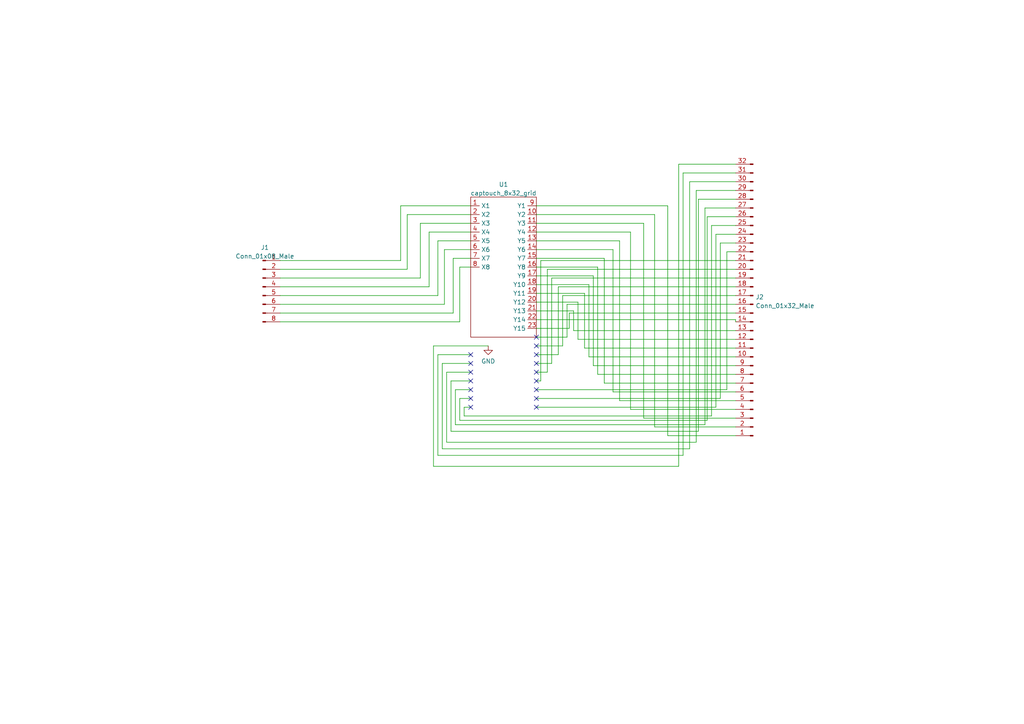
<source format=kicad_sch>
(kicad_sch (version 20211123) (generator eeschema)
  (paper "A4")
  (lib_symbols
    (symbol "Connector:Conn_01x08_Male" (pin_names (offset 1.016) hide)
      (property "Reference" "J" (at 0 10.16 0))
      (property "Value" "Conn_01x08_Male" (at 0 -12.7 0))
      (symbol "Conn_01x08_Male_1_1"
        (polyline (pts (xy 1.27 -10.16) (xy 0.8636 -10.16)) (stroke (width 0.1524)))
        (polyline (pts (xy 1.27 -7.62) (xy 0.8636 -7.62)) (stroke (width 0.1524)))
        (polyline (pts (xy 1.27 -5.08) (xy 0.8636 -5.08)) (stroke (width 0.1524)))
        (polyline (pts (xy 1.27 -2.54) (xy 0.8636 -2.54)) (stroke (width 0.1524)))
        (polyline (pts (xy 1.27 0) (xy 0.8636 0)) (stroke (width 0.1524)))
        (polyline (pts (xy 1.27 2.54) (xy 0.8636 2.54)) (stroke (width 0.1524)))
        (polyline (pts (xy 1.27 5.08) (xy 0.8636 5.08)) (stroke (width 0.1524)))
        (polyline (pts (xy 1.27 7.62) (xy 0.8636 7.62)) (stroke (width 0.1524)))
        (rectangle (start 0.8636 -10.033) (end 0 -10.287) (stroke (width 0.1524)) (fill (type outline)))
        (rectangle (start 0.8636 -7.493) (end 0 -7.747) (stroke (width 0.1524)) (fill (type outline)))
        (rectangle (start 0.8636 -4.953) (end 0 -5.207) (stroke (width 0.1524)) (fill (type outline)))
        (rectangle (start 0.8636 -2.413) (end 0 -2.667) (stroke (width 0.1524)) (fill (type outline)))
        (rectangle (start 0.8636 0.127) (end 0 -0.127) (stroke (width 0.1524)) (fill (type outline)))
        (rectangle (start 0.8636 2.667) (end 0 2.413) (stroke (width 0.1524)) (fill (type outline)))
        (rectangle (start 0.8636 5.207) (end 0 4.953) (stroke (width 0.1524)) (fill (type outline)))
        (rectangle (start 0.8636 7.747) (end 0 7.493) (stroke (width 0.1524)) (fill (type outline)))
        (pin passive line (at 5.08 7.62 180) (length 3.81) (name "Pin_1") (number "1"))
        (pin passive line (at 5.08 5.08 180) (length 3.81) (name "Pin_2") (number "2"))
        (pin passive line (at 5.08 2.54 180) (length 3.81) (name "Pin_3") (number "3"))
        (pin passive line (at 5.08 0 180) (length 3.81) (name "Pin_4") (number "4"))
        (pin passive line (at 5.08 -2.54 180) (length 3.81) (name "Pin_5") (number "5"))
        (pin passive line (at 5.08 -5.08 180) (length 3.81) (name "Pin_6") (number "6"))
        (pin passive line (at 5.08 -7.62 180) (length 3.81) (name "Pin_7") (number "7"))
        (pin passive line (at 5.08 -10.16 180) (length 3.81) (name "Pin_8") (number "8"))
      )
    )
    (symbol "Connector:Conn_01x32_Male" (pin_names (offset 1.016) hide)
      (property "Reference" "J" (at 0 40.64 0))
      (property "Value" "Conn_01x32_Male" (at 0 -43.18 0))
      (symbol "Conn_01x32_Male_1_1"
        (polyline (pts (xy 1.27 -40.64) (xy 0.8636 -40.64)) (stroke (width 0.1524)))
        (polyline (pts (xy 1.27 -38.1) (xy 0.8636 -38.1)) (stroke (width 0.1524)))
        (polyline (pts (xy 1.27 -35.56) (xy 0.8636 -35.56)) (stroke (width 0.1524)))
        (polyline (pts (xy 1.27 -33.02) (xy 0.8636 -33.02)) (stroke (width 0.1524)))
        (polyline (pts (xy 1.27 -30.48) (xy 0.8636 -30.48)) (stroke (width 0.1524)))
        (polyline (pts (xy 1.27 -27.94) (xy 0.8636 -27.94)) (stroke (width 0.1524)))
        (polyline (pts (xy 1.27 -25.4) (xy 0.8636 -25.4)) (stroke (width 0.1524)))
        (polyline (pts (xy 1.27 -22.86) (xy 0.8636 -22.86)) (stroke (width 0.1524)))
        (polyline (pts (xy 1.27 -20.32) (xy 0.8636 -20.32)) (stroke (width 0.1524)))
        (polyline (pts (xy 1.27 -17.78) (xy 0.8636 -17.78)) (stroke (width 0.1524)))
        (polyline (pts (xy 1.27 -15.24) (xy 0.8636 -15.24)) (stroke (width 0.1524)))
        (polyline (pts (xy 1.27 -12.7) (xy 0.8636 -12.7)) (stroke (width 0.1524)))
        (polyline (pts (xy 1.27 -10.16) (xy 0.8636 -10.16)) (stroke (width 0.1524)))
        (polyline (pts (xy 1.27 -7.62) (xy 0.8636 -7.62)) (stroke (width 0.1524)))
        (polyline (pts (xy 1.27 -5.08) (xy 0.8636 -5.08)) (stroke (width 0.1524)))
        (polyline (pts (xy 1.27 -2.54) (xy 0.8636 -2.54)) (stroke (width 0.1524)))
        (polyline (pts (xy 1.27 0) (xy 0.8636 0)) (stroke (width 0.1524)))
        (polyline (pts (xy 1.27 2.54) (xy 0.8636 2.54)) (stroke (width 0.1524)))
        (polyline (pts (xy 1.27 5.08) (xy 0.8636 5.08)) (stroke (width 0.1524)))
        (polyline (pts (xy 1.27 7.62) (xy 0.8636 7.62)) (stroke (width 0.1524)))
        (polyline (pts (xy 1.27 10.16) (xy 0.8636 10.16)) (stroke (width 0.1524)))
        (polyline (pts (xy 1.27 12.7) (xy 0.8636 12.7)) (stroke (width 0.1524)))
        (polyline (pts (xy 1.27 15.24) (xy 0.8636 15.24)) (stroke (width 0.1524)))
        (polyline (pts (xy 1.27 17.78) (xy 0.8636 17.78)) (stroke (width 0.1524)))
        (polyline (pts (xy 1.27 20.32) (xy 0.8636 20.32)) (stroke (width 0.1524)))
        (polyline (pts (xy 1.27 22.86) (xy 0.8636 22.86)) (stroke (width 0.1524)))
        (polyline (pts (xy 1.27 25.4) (xy 0.8636 25.4)) (stroke (width 0.1524)))
        (polyline (pts (xy 1.27 27.94) (xy 0.8636 27.94)) (stroke (width 0.1524)))
        (polyline (pts (xy 1.27 30.48) (xy 0.8636 30.48)) (stroke (width 0.1524)))
        (polyline (pts (xy 1.27 33.02) (xy 0.8636 33.02)) (stroke (width 0.1524)))
        (polyline (pts (xy 1.27 35.56) (xy 0.8636 35.56)) (stroke (width 0.1524)))
        (polyline (pts (xy 1.27 38.1) (xy 0.8636 38.1)) (stroke (width 0.1524)))
        (rectangle (start 0.8636 -40.513) (end 0 -40.767) (stroke (width 0.1524)) (fill (type outline)))
        (rectangle (start 0.8636 -37.973) (end 0 -38.227) (stroke (width 0.1524)) (fill (type outline)))
        (rectangle (start 0.8636 -35.433) (end 0 -35.687) (stroke (width 0.1524)) (fill (type outline)))
        (rectangle (start 0.8636 -32.893) (end 0 -33.147) (stroke (width 0.1524)) (fill (type outline)))
        (rectangle (start 0.8636 -30.353) (end 0 -30.607) (stroke (width 0.1524)) (fill (type outline)))
        (rectangle (start 0.8636 -27.813) (end 0 -28.067) (stroke (width 0.1524)) (fill (type outline)))
        (rectangle (start 0.8636 -25.273) (end 0 -25.527) (stroke (width 0.1524)) (fill (type outline)))
        (rectangle (start 0.8636 -22.733) (end 0 -22.987) (stroke (width 0.1524)) (fill (type outline)))
        (rectangle (start 0.8636 -20.193) (end 0 -20.447) (stroke (width 0.1524)) (fill (type outline)))
        (rectangle (start 0.8636 -17.653) (end 0 -17.907) (stroke (width 0.1524)) (fill (type outline)))
        (rectangle (start 0.8636 -15.113) (end 0 -15.367) (stroke (width 0.1524)) (fill (type outline)))
        (rectangle (start 0.8636 -12.573) (end 0 -12.827) (stroke (width 0.1524)) (fill (type outline)))
        (rectangle (start 0.8636 -10.033) (end 0 -10.287) (stroke (width 0.1524)) (fill (type outline)))
        (rectangle (start 0.8636 -7.493) (end 0 -7.747) (stroke (width 0.1524)) (fill (type outline)))
        (rectangle (start 0.8636 -4.953) (end 0 -5.207) (stroke (width 0.1524)) (fill (type outline)))
        (rectangle (start 0.8636 -2.413) (end 0 -2.667) (stroke (width 0.1524)) (fill (type outline)))
        (rectangle (start 0.8636 0.127) (end 0 -0.127) (stroke (width 0.1524)) (fill (type outline)))
        (rectangle (start 0.8636 2.667) (end 0 2.413) (stroke (width 0.1524)) (fill (type outline)))
        (rectangle (start 0.8636 5.207) (end 0 4.953) (stroke (width 0.1524)) (fill (type outline)))
        (rectangle (start 0.8636 7.747) (end 0 7.493) (stroke (width 0.1524)) (fill (type outline)))
        (rectangle (start 0.8636 10.287) (end 0 10.033) (stroke (width 0.1524)) (fill (type outline)))
        (rectangle (start 0.8636 12.827) (end 0 12.573) (stroke (width 0.1524)) (fill (type outline)))
        (rectangle (start 0.8636 15.367) (end 0 15.113) (stroke (width 0.1524)) (fill (type outline)))
        (rectangle (start 0.8636 17.907) (end 0 17.653) (stroke (width 0.1524)) (fill (type outline)))
        (rectangle (start 0.8636 20.447) (end 0 20.193) (stroke (width 0.1524)) (fill (type outline)))
        (rectangle (start 0.8636 22.987) (end 0 22.733) (stroke (width 0.1524)) (fill (type outline)))
        (rectangle (start 0.8636 25.527) (end 0 25.273) (stroke (width 0.1524)) (fill (type outline)))
        (rectangle (start 0.8636 28.067) (end 0 27.813) (stroke (width 0.1524)) (fill (type outline)))
        (rectangle (start 0.8636 30.607) (end 0 30.353) (stroke (width 0.1524)) (fill (type outline)))
        (rectangle (start 0.8636 33.147) (end 0 32.893) (stroke (width 0.1524)) (fill (type outline)))
        (rectangle (start 0.8636 35.687) (end 0 35.433) (stroke (width 0.1524)) (fill (type outline)))
        (rectangle (start 0.8636 38.227) (end 0 37.973) (stroke (width 0.1524)) (fill (type outline)))
        (pin passive line (at 5.08 38.1 180) (length 3.81) (name "Pin_1") (number "1"))
        (pin passive line (at 5.08 15.24 180) (length 3.81) (name "Pin_10") (number "10"))
        (pin passive line (at 5.08 12.7 180) (length 3.81) (name "Pin_11") (number "11"))
        (pin passive line (at 5.08 10.16 180) (length 3.81) (name "Pin_12") (number "12"))
        (pin passive line (at 5.08 7.62 180) (length 3.81) (name "Pin_13") (number "13"))
        (pin passive line (at 5.08 5.08 180) (length 3.81) (name "Pin_14") (number "14"))
        (pin passive line (at 5.08 2.54 180) (length 3.81) (name "Pin_15") (number "15"))
        (pin passive line (at 5.08 0 180) (length 3.81) (name "Pin_16") (number "16"))
        (pin passive line (at 5.08 -2.54 180) (length 3.81) (name "Pin_17") (number "17"))
        (pin passive line (at 5.08 -5.08 180) (length 3.81) (name "Pin_18") (number "18"))
        (pin passive line (at 5.08 -7.62 180) (length 3.81) (name "Pin_19") (number "19"))
        (pin passive line (at 5.08 35.56 180) (length 3.81) (name "Pin_2") (number "2"))
        (pin passive line (at 5.08 -10.16 180) (length 3.81) (name "Pin_20") (number "20"))
        (pin passive line (at 5.08 -12.7 180) (length 3.81) (name "Pin_21") (number "21"))
        (pin passive line (at 5.08 -15.24 180) (length 3.81) (name "Pin_22") (number "22"))
        (pin passive line (at 5.08 -17.78 180) (length 3.81) (name "Pin_23") (number "23"))
        (pin passive line (at 5.08 -20.32 180) (length 3.81) (name "Pin_24") (number "24"))
        (pin passive line (at 5.08 -22.86 180) (length 3.81) (name "Pin_25") (number "25"))
        (pin passive line (at 5.08 -25.4 180) (length 3.81) (name "Pin_26") (number "26"))
        (pin passive line (at 5.08 -27.94 180) (length 3.81) (name "Pin_27") (number "27"))
        (pin passive line (at 5.08 -30.48 180) (length 3.81) (name "Pin_28") (number "28"))
        (pin passive line (at 5.08 -33.02 180) (length 3.81) (name "Pin_29") (number "29"))
        (pin passive line (at 5.08 33.02 180) (length 3.81) (name "Pin_3") (number "3"))
        (pin passive line (at 5.08 -35.56 180) (length 3.81) (name "Pin_30") (number "30"))
        (pin passive line (at 5.08 -38.1 180) (length 3.81) (name "Pin_31") (number "31"))
        (pin passive line (at 5.08 -40.64 180) (length 3.81) (name "Pin_32") (number "32"))
        (pin passive line (at 5.08 30.48 180) (length 3.81) (name "Pin_4") (number "4"))
        (pin passive line (at 5.08 27.94 180) (length 3.81) (name "Pin_5") (number "5"))
        (pin passive line (at 5.08 25.4 180) (length 3.81) (name "Pin_6") (number "6"))
        (pin passive line (at 5.08 22.86 180) (length 3.81) (name "Pin_7") (number "7"))
        (pin passive line (at 5.08 20.32 180) (length 3.81) (name "Pin_8") (number "8"))
        (pin passive line (at 5.08 17.78 180) (length 3.81) (name "Pin_9") (number "9"))
      )
    )
    (symbol "asmr-kicad:captouch_8x32_grid"
      (property "Reference" "U1" (at 5.715 3.649 0))
      (property "Value" "captouch_8x32_grid" (at 5.715 1.1121 0))
      (symbol "captouch_8x32_grid_0_1"
        (rectangle (start -3.81 0) (end 15.24 -40.64) (stroke (width 0.1524)))
      )
      (symbol "captouch_8x32_grid_1_1"
        (pin input line (at -3.81 -2.54 0) (length 2.54) (name "X1") (number "1"))
        (pin input line (at 15.24 -5.08 180) (length 2.54) (name "Y2") (number "10"))
        (pin input line (at 15.24 -7.62 180) (length 2.54) (name "Y3") (number "11"))
        (pin input line (at 15.24 -10.16 180) (length 2.54) (name "Y4") (number "12"))
        (pin input line (at 15.24 -12.7 180) (length 2.54) (name "Y5") (number "13"))
        (pin input line (at 15.24 -15.24 180) (length 2.54) (name "Y6") (number "14"))
        (pin input line (at 15.24 -17.78 180) (length 2.54) (name "Y7") (number "15"))
        (pin input line (at 15.24 -20.32 180) (length 2.54) (name "Y8") (number "16"))
        (pin input line (at 15.24 -22.86 180) (length 2.54) (name "Y9") (number "17"))
        (pin input line (at 15.24 -25.4 180) (length 2.54) (name "Y10") (number "18"))
        (pin input line (at 15.24 -27.94 180) (length 2.54) (name "Y11") (number "19"))
        (pin input line (at -3.81 -5.08 0) (length 2.54) (name "X2") (number "2"))
        (pin input line (at 15.24 -30.48 180) (length 2.54) (name "Y12") (number "20"))
        (pin input line (at 15.24 -33.02 180) (length 2.54) (name "Y13") (number "21"))
        (pin input line (at 15.24 -35.56 180) (length 2.54) (name "Y14") (number "22"))
        (pin input line (at 15.24 -38.1 180) (length 2.54) (name "Y15") (number "23"))
        (pin input line (at -3.81 -7.62 0) (length 2.54) (name "X3") (number "3"))
        (pin input line (at -3.81 -10.16 0) (length 2.54) (name "X4") (number "4"))
        (pin input line (at -3.81 -12.7 0) (length 2.54) (name "X5") (number "5"))
        (pin input line (at -3.81 -15.24 0) (length 2.54) (name "X6") (number "6"))
        (pin input line (at -3.81 -17.78 0) (length 2.54) (name "X7") (number "7"))
        (pin input line (at -3.81 -20.32 0) (length 2.54) (name "X8") (number "8"))
        (pin input line (at 15.24 -2.54 180) (length 2.54) (name "Y1") (number "9"))
      )
    )
    (symbol "power:GND" (power) (pin_names (offset 0))
      (property "Value" "GND" (at 0 -3.81 0))
      (symbol "GND_0_1"
        (polyline (pts (xy 0 0) (xy 0 -1.27) (xy 1.27 -1.27) (xy 0 -2.54) (xy -1.27 -1.27) (xy 0 -1.27)))
      )
      (symbol "GND_1_1"
        (pin power_in line (at 0 0 270) (length 0) hide (name "GND") (number "1"))
      )
    )
  )
  (no_connect (at 155.575 97.79))
  (no_connect (at 155.575 100.33))
  (no_connect (at 155.575 102.87))
  (no_connect (at 155.575 105.41))
  (no_connect (at 155.575 107.95))
  (no_connect (at 155.575 110.49))
  (no_connect (at 155.575 113.03))
  (no_connect (at 155.575 115.57))
  (no_connect (at 155.575 118.11))
  (no_connect (at 136.525 118.11))
  (no_connect (at 136.525 115.57))
  (no_connect (at 136.525 105.41))
  (no_connect (at 136.525 102.87))
  (no_connect (at 136.525 113.03))
  (no_connect (at 136.525 110.49))
  (no_connect (at 136.525 107.95))
  (wire (pts (xy 129.54 107.95) (xy 136.525 107.95)))
  (wire (pts (xy 127 102.87) (xy 136.525 102.87)))
  (wire (pts (xy 213.36 95.885) (xy 166.37 95.885)))
  (wire (pts (xy 133.35 77.47) (xy 136.525 77.47)))
  (wire (pts (xy 118.11 62.23) (xy 136.525 62.23)))
  (wire (pts (xy 202.565 57.785) (xy 213.36 57.785)))
  (wire (pts (xy 173.355 77.47) (xy 173.355 108.585)))
  (wire (pts (xy 161.925 102.87) (xy 161.925 83.185)))
  (wire (pts (xy 166.37 95.885) (xy 166.37 90.17)))
  (wire (pts (xy 213.36 75.565) (xy 156.845 75.565)))
  (wire (pts (xy 81.28 90.805) (xy 131.445 90.805)))
  (wire (pts (xy 213.36 60.325) (xy 204.47 60.325)))
  (wire (pts (xy 172.085 106.045) (xy 172.085 80.01)))
  (wire (pts (xy 134.62 118.11) (xy 136.525 118.11)))
  (wire (pts (xy 163.195 85.725) (xy 163.195 100.33)))
  (wire (pts (xy 116.205 75.565) (xy 116.205 59.69)))
  (wire (pts (xy 206.375 65.405) (xy 206.375 120.65)))
  (wire (pts (xy 175.26 111.125) (xy 175.26 74.93)))
  (wire (pts (xy 200.025 130.175) (xy 200.025 52.705)))
  (wire (pts (xy 155.575 92.71) (xy 213.36 92.71)))
  (wire (pts (xy 189.865 123.825) (xy 213.36 123.825)))
  (wire (pts (xy 182.88 67.31) (xy 182.88 118.745)))
  (wire (pts (xy 205.105 62.865) (xy 213.36 62.865)))
  (wire (pts (xy 131.445 74.93) (xy 136.525 74.93)))
  (wire (pts (xy 121.92 64.77) (xy 136.525 64.77)))
  (wire (pts (xy 158.75 107.95) (xy 158.75 78.105)))
  (wire (pts (xy 155.575 72.39) (xy 177.8 72.39)))
  (wire (pts (xy 166.37 90.17) (xy 155.575 90.17)))
  (wire (pts (xy 125.73 135.255) (xy 196.85 135.255)))
  (wire (pts (xy 201.93 55.245) (xy 201.93 128.27)))
  (wire (pts (xy 155.575 118.11) (xy 207.645 118.11)))
  (wire (pts (xy 167.64 87.63) (xy 167.64 98.425)))
  (wire (pts (xy 155.575 62.23) (xy 189.865 62.23)))
  (wire (pts (xy 205.105 121.92) (xy 205.105 62.865)))
  (wire (pts (xy 158.75 78.105) (xy 213.36 78.105)))
  (wire (pts (xy 173.355 108.585) (xy 213.36 108.585)))
  (wire (pts (xy 164.465 97.79) (xy 164.465 88.265)))
  (wire (pts (xy 172.085 80.01) (xy 155.575 80.01)))
  (wire (pts (xy 81.28 83.185) (xy 124.46 83.185)))
  (wire (pts (xy 213.36 100.965) (xy 169.545 100.965)))
  (wire (pts (xy 202.565 125.095) (xy 202.565 57.785)))
  (wire (pts (xy 208.915 115.57) (xy 155.575 115.57)))
  (wire (pts (xy 133.35 121.92) (xy 205.105 121.92)))
  (wire (pts (xy 124.46 83.185) (xy 124.46 67.31)))
  (wire (pts (xy 155.575 67.31) (xy 182.88 67.31)))
  (wire (pts (xy 196.85 47.625) (xy 213.36 47.625)))
  (wire (pts (xy 213.36 50.165) (xy 198.12 50.165)))
  (wire (pts (xy 81.28 80.645) (xy 121.92 80.645)))
  (wire (pts (xy 128.905 72.39) (xy 136.525 72.39)))
  (wire (pts (xy 186.69 121.285) (xy 186.69 64.77)))
  (wire (pts (xy 130.81 125.095) (xy 202.565 125.095)))
  (wire (pts (xy 81.28 78.105) (xy 118.11 78.105)))
  (wire (pts (xy 213.36 70.485) (xy 208.915 70.485)))
  (wire (pts (xy 155.575 107.95) (xy 158.75 107.95)))
  (wire (pts (xy 133.35 93.345) (xy 133.35 77.47)))
  (wire (pts (xy 213.36 106.045) (xy 172.085 106.045)))
  (wire (pts (xy 186.69 64.77) (xy 155.575 64.77)))
  (wire (pts (xy 81.28 93.345) (xy 133.35 93.345)))
  (wire (pts (xy 136.525 105.41) (xy 128.27 105.41)))
  (wire (pts (xy 156.845 110.49) (xy 155.575 110.49)))
  (wire (pts (xy 127 85.725) (xy 127 69.85)))
  (wire (pts (xy 198.12 50.165) (xy 198.12 132.08)))
  (wire (pts (xy 175.26 74.93) (xy 155.575 74.93)))
  (wire (pts (xy 116.205 59.69) (xy 136.525 59.69)))
  (wire (pts (xy 81.28 88.265) (xy 128.905 88.265)))
  (wire (pts (xy 213.36 116.205) (xy 179.705 116.205)))
  (wire (pts (xy 128.905 88.265) (xy 128.905 72.39)))
  (wire (pts (xy 179.705 69.85) (xy 155.575 69.85)))
  (wire (pts (xy 179.705 116.205) (xy 179.705 69.85)))
  (wire (pts (xy 196.85 135.255) (xy 196.85 47.625)))
  (wire (pts (xy 167.64 98.425) (xy 213.36 98.425)))
  (wire (pts (xy 207.645 118.11) (xy 207.645 67.945)))
  (wire (pts (xy 133.35 115.57) (xy 133.35 121.92)))
  (wire (pts (xy 125.73 100.33) (xy 125.73 135.255)))
  (wire (pts (xy 128.27 130.175) (xy 200.025 130.175)))
  (wire (pts (xy 136.525 115.57) (xy 133.35 115.57)))
  (wire (pts (xy 213.36 126.365) (xy 193.675 126.365)))
  (wire (pts (xy 127 132.08) (xy 127 102.87)))
  (wire (pts (xy 163.195 100.33) (xy 155.575 100.33)))
  (wire (pts (xy 207.645 67.945) (xy 213.36 67.945)))
  (wire (pts (xy 134.62 120.65) (xy 134.62 118.11)))
  (wire (pts (xy 160.02 105.41) (xy 155.575 105.41)))
  (wire (pts (xy 155.575 87.63) (xy 167.64 87.63)))
  (wire (pts (xy 164.465 88.265) (xy 213.36 88.265)))
  (wire (pts (xy 156.845 75.565) (xy 156.845 110.49)))
  (wire (pts (xy 213.36 85.725) (xy 163.195 85.725)))
  (wire (pts (xy 213.36 121.285) (xy 186.69 121.285)))
  (wire (pts (xy 213.36 92.71) (xy 213.36 93.345)))
  (wire (pts (xy 131.445 90.805) (xy 131.445 74.93)))
  (wire (pts (xy 213.36 90.805) (xy 165.1 90.805)))
  (wire (pts (xy 177.8 113.665) (xy 213.36 113.665)))
  (wire (pts (xy 210.82 73.025) (xy 213.36 73.025)))
  (wire (pts (xy 213.36 111.125) (xy 175.26 111.125)))
  (wire (pts (xy 189.865 62.23) (xy 189.865 123.825)))
  (wire (pts (xy 155.575 97.79) (xy 164.465 97.79)))
  (wire (pts (xy 161.925 83.185) (xy 213.36 83.185)))
  (wire (pts (xy 125.73 100.33) (xy 141.605 100.33)))
  (wire (pts (xy 193.675 59.69) (xy 155.575 59.69)))
  (wire (pts (xy 155.575 77.47) (xy 173.355 77.47)))
  (wire (pts (xy 160.02 80.645) (xy 160.02 105.41)))
  (wire (pts (xy 213.36 80.645) (xy 160.02 80.645)))
  (wire (pts (xy 165.1 95.25) (xy 155.575 95.25)))
  (wire (pts (xy 182.88 118.745) (xy 213.36 118.745)))
  (wire (pts (xy 155.575 82.55) (xy 170.815 82.55)))
  (wire (pts (xy 124.46 67.31) (xy 136.525 67.31)))
  (wire (pts (xy 201.93 128.27) (xy 129.54 128.27)))
  (wire (pts (xy 169.545 85.09) (xy 155.575 85.09)))
  (wire (pts (xy 170.815 103.505) (xy 213.36 103.505)))
  (wire (pts (xy 210.82 113.03) (xy 210.82 73.025)))
  (wire (pts (xy 206.375 120.65) (xy 134.62 120.65)))
  (wire (pts (xy 177.8 72.39) (xy 177.8 113.665)))
  (wire (pts (xy 170.815 82.55) (xy 170.815 103.505)))
  (wire (pts (xy 193.675 126.365) (xy 193.675 59.69)))
  (wire (pts (xy 155.575 113.03) (xy 210.82 113.03)))
  (wire (pts (xy 213.36 65.405) (xy 206.375 65.405)))
  (wire (pts (xy 208.915 70.485) (xy 208.915 115.57)))
  (wire (pts (xy 118.11 78.105) (xy 118.11 62.23)))
  (wire (pts (xy 132.08 113.03) (xy 136.525 113.03)))
  (wire (pts (xy 213.36 55.245) (xy 201.93 55.245)))
  (wire (pts (xy 81.28 75.565) (xy 116.205 75.565)))
  (wire (pts (xy 130.81 110.49) (xy 130.81 125.095)))
  (wire (pts (xy 204.47 123.19) (xy 132.08 123.19)))
  (wire (pts (xy 165.1 90.805) (xy 165.1 95.25)))
  (wire (pts (xy 200.025 52.705) (xy 213.36 52.705)))
  (wire (pts (xy 198.12 132.08) (xy 127 132.08)))
  (wire (pts (xy 155.575 102.87) (xy 161.925 102.87)))
  (wire (pts (xy 81.28 85.725) (xy 127 85.725)))
  (wire (pts (xy 129.54 128.27) (xy 129.54 107.95)))
  (wire (pts (xy 128.27 105.41) (xy 128.27 130.175)))
  (wire (pts (xy 132.08 123.19) (xy 132.08 113.03)))
  (wire (pts (xy 136.525 110.49) (xy 130.81 110.49)))
  (wire (pts (xy 121.92 80.645) (xy 121.92 64.77)))
  (wire (pts (xy 204.47 60.325) (xy 204.47 123.19)))
  (wire (pts (xy 169.545 100.965) (xy 169.545 85.09)))
  (wire (pts (xy 127 69.85) (xy 136.525 69.85)))
  (symbol (lib_id "Connector:Conn_01x08_Male") (at 76.2 83.185 0) (unit 1)
    (property "Reference" "J1" (at 76.835 71.789 0))
    (property "Value" "Conn_01x08_Male" (at 76.835 74.3259 0))
    (property "Footprint" "ASMR_footprints:Conn_FFC_1x8_0.5mm_Molex_5019510830" (effects hide))
  )
  (symbol (lib_id "Connector:Conn_01x32_Male") (at 218.44 88.265 180) (unit 1)
    (property "Reference" "J2" (at 219.1512 86.1603 0) (effects (justify right)))
    (property "Value" "Conn_01x32_Male" (at 219.1512 88.6972 0) (effects (justify right)))
    (property "Footprint" "ASMR_footprints:Conn_FFC_1x32_0.5mm_Molex_5019513210" (effects hide))
  )
  (symbol (lib_id "power:GND") (at 141.605 100.33 0) (unit 1)
    (property "Reference" "#PWR?" (effects hide))
    (property "Value" "GND" (at 141.605 104.7734 0))
  )
  (symbol (lib_id "asmr-kicad:captouch_8x32_grid") (at 140.335 57.15 0) (unit 1)
    (property "Reference" "U1" (at 146.05 53.501 0))
    (property "Value" "captouch_8x32_grid" (at 146.05 56.0379 0))
    (property "Footprint" "ASMR_footprints:captouch_8x15_diamond_hatched_doubled" (effects hide))
  )
)
</source>
